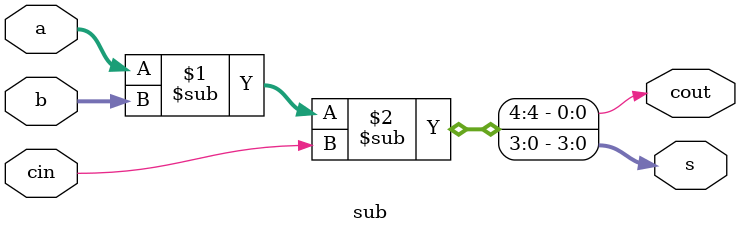
<source format=sv>
module sub

#(parameter W = 4)
(
  input logic [W-1:0] a,
  input logic [W-1:0] b,
  input logic cin,
  output logic [W-1:0] s,
  output logic cout
);

  assign {cout, s} = a - b - cin;

endmodule
</source>
